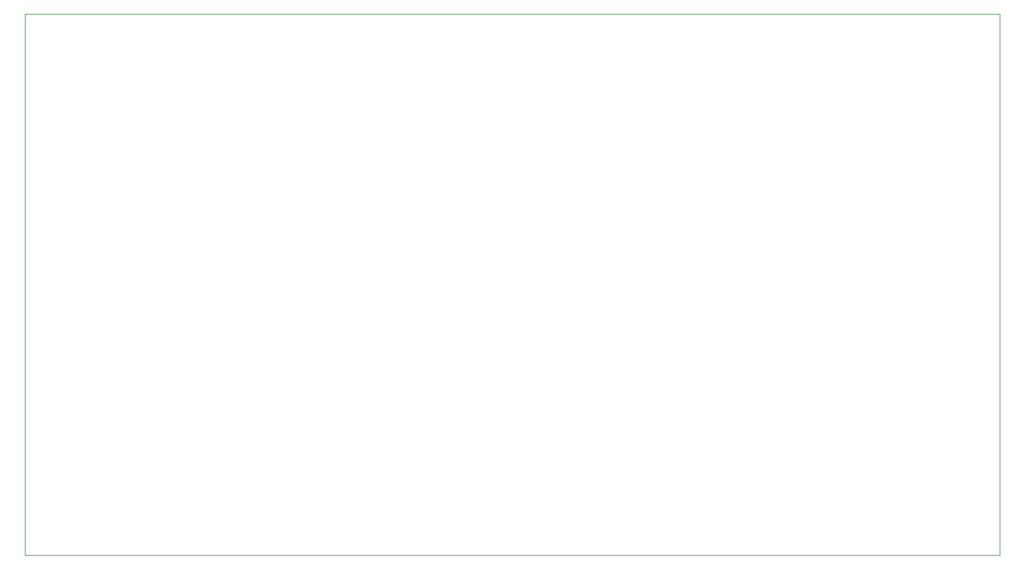
<source format=gbr>
G04 #@! TF.GenerationSoftware,KiCad,Pcbnew,(5.1.0)-1*
G04 #@! TF.CreationDate,2019-04-10T15:15:50-05:00*
G04 #@! TF.ProjectId,controlLED,636f6e74-726f-46c4-9c45-442e6b696361,rev?*
G04 #@! TF.SameCoordinates,Original*
G04 #@! TF.FileFunction,Profile,NP*
%FSLAX46Y46*%
G04 Gerber Fmt 4.6, Leading zero omitted, Abs format (unit mm)*
G04 Created by KiCad (PCBNEW (5.1.0)-1) date 2019-04-10 15:15:50*
%MOMM*%
%LPD*%
G04 APERTURE LIST*
%ADD10C,0.100000*%
G04 APERTURE END LIST*
D10*
X213995000Y-50800000D02*
X213995000Y-50165000D01*
X78105000Y-50800000D02*
X78105000Y-50165000D01*
X213995000Y-50165000D02*
X78105000Y-50165000D01*
X78105000Y-125730000D02*
X213995000Y-125730000D01*
X78105000Y-50800000D02*
X78105000Y-125730000D01*
X213995000Y-50800000D02*
X213995000Y-125730000D01*
M02*

</source>
